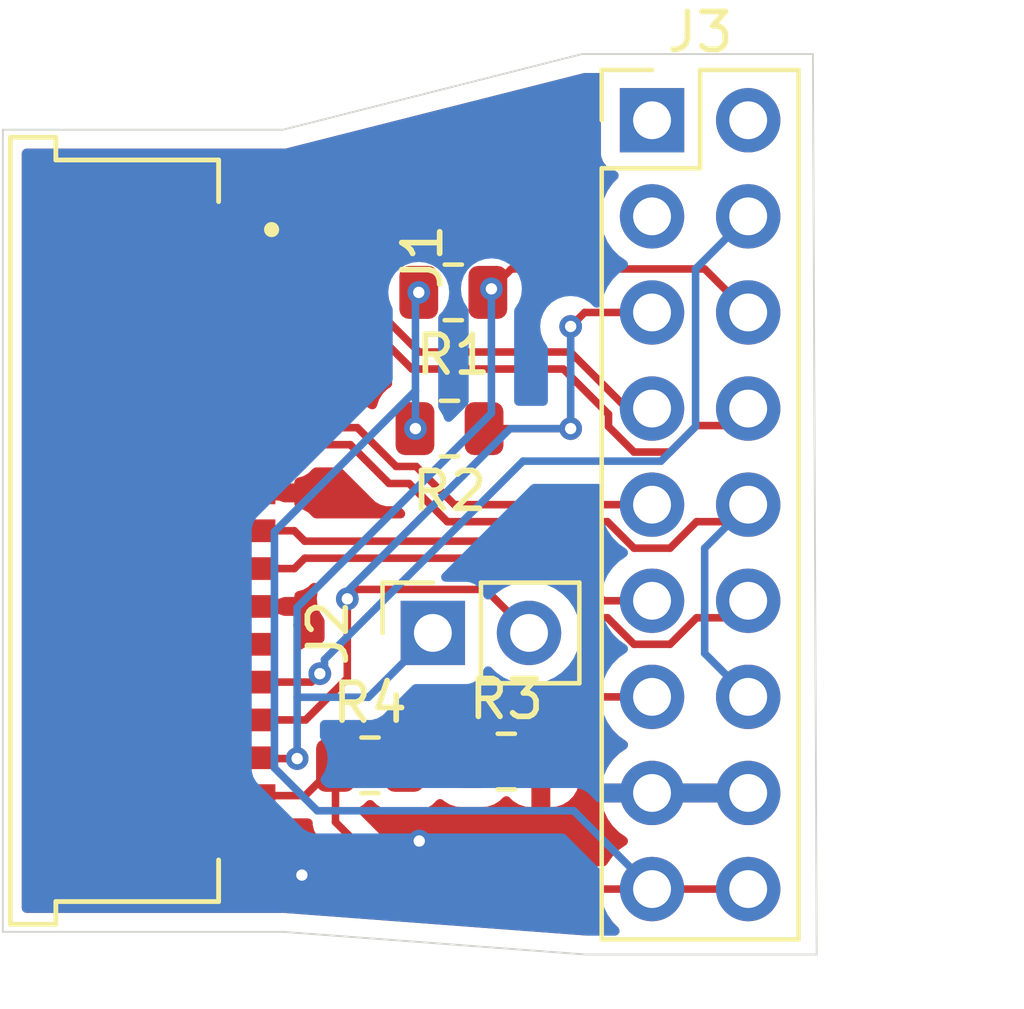
<source format=kicad_pcb>
(kicad_pcb (version 20240108) (generator "pcbnew") (generator_version "8.0")
  (title_block (comment 4 "AISLER Project ID: ZACUKLVX"))
  (layers (0 "F.Cu" signal) (31 "B.Cu" signal) (34 "B.Paste" user) (35 "F.Paste" user) (36 "B.SilkS" user "B.Silkscreen") (37 "F.SilkS" user "F.Silkscreen") (38 "B.Mask" user) (39 "F.Mask" user) (44 "Edge.Cuts" user))
  (net 0 "")
  (net 1 "D0_P")
  (net 2 "D0_N")
  (net 3 "GND")
  (net 4 "CLKN")
  (net 5 "ENA")
  (net 6 "D1_P")
  (net 7 "+3V3")
  (net 8 "GN18")
  (net 9 "CLKP")
  (net 10 "GP18")
  (net 11 "D1_N")
  (net 12 "GN20")
  (net 13 "GN19")
  (net 14 "GP20")
  (net 15 "GN14")
  (net 16 "GP19")
  (footprint "Resistor_SMD:R_0805_2012Metric" (layer "F.Cu") (at 183.9 99.5)
    (property "Reference" "R3" (at 0 -1.65 0) (layer "F.SilkS"))
    (property "Value" "30k")
    (fp_line (start -0.227064 -0.735) (end 0.227064 -0.735) (stroke (width 0.12)) (layer "F.SilkS"))
    (fp_line (start -0.227064 0.735) (end 0.227064 0.735) (stroke (width 0.12)) (layer "F.SilkS"))
    (pad "1" smd roundrect (at -0.9125 0) (size 1.025 1.4) (layers "F.Cu" "F.Paste" "F.Mask") (roundrect_rratio 0.243902) (net 15 "GN14"))
    (pad "2" smd roundrect (at 0.9125 0) (size 1.025 1.4) (layers "F.Cu" "F.Paste" "F.Mask") (roundrect_rratio 0.243902) (net 3 "GND"))
  )
  (footprint "Resistor_SMD:R_0805_2012Metric" (layer "F.Cu") (at 182.4 90.7 180)
    (property "Reference" "R2" (at 0 -1.65 180) (layer "F.SilkS"))
    (property "Value" "10k")
    (fp_line (start -0.227064 0.735) (end 0.227064 0.735) (stroke (width 0.12)) (layer "F.SilkS"))
    (fp_line (start -0.227064 -0.735) (end 0.227064 -0.735) (stroke (width 0.12)) (layer "F.SilkS"))
    (pad "1" smd roundrect (at -0.9125 0 180) (size 1.025 1.4) (layers "F.Cu" "F.Paste" "F.Mask") (roundrect_rratio 0.243902) (net 8 "GN18"))
    (pad "2" smd roundrect (at 0.9125 0 180) (size 1.025 1.4) (layers "F.Cu" "F.Paste" "F.Mask") (roundrect_rratio 0.243902) (net 7 "+3V3"))
  )
  (footprint "Connector_PinHeader_2.54mm:PinHeader_2x09_P2.54mm_Vertical" (layer "F.Cu") (at 187.75 82.55)
    (property "Reference" "J3" (at 1.27 -2.33 0) (layer "F.SilkS"))
    (property "Value" "Conn_02x09_Odd_Even")
    (fp_line (start -1.33 -1.33) (end 0 -1.33) (stroke (width 0.12)) (layer "F.SilkS"))
    (fp_line (start -1.33 0) (end -1.33 -1.33) (stroke (width 0.12)) (layer "F.SilkS"))
    (fp_line (start -1.33 1.27) (end -1.33 21.65) (stroke (width 0.12)) (layer "F.SilkS"))
    (fp_line (start -1.33 1.27) (end 1.27 1.27) (stroke (width 0.12)) (layer "F.SilkS"))
    (fp_line (start -1.33 21.65) (end 3.87 21.65) (stroke (width 0.12)) (layer "F.SilkS"))
    (fp_line (start 1.27 -1.33) (end 3.87 -1.33) (stroke (width 0.12)) (layer "F.SilkS"))
    (fp_line (start 1.27 1.27) (end 1.27 -1.33) (stroke (width 0.12)) (layer "F.SilkS"))
    (fp_line (start 3.87 -1.33) (end 3.87 21.65) (stroke (width 0.12)) (layer "F.SilkS"))
    (pad "1" thru_hole rect (at 0 0) (size 1.7 1.7) (drill 1) (layers "*.Cu" "*.Mask") (net 12 "GN20"))
    (pad "2" thru_hole oval (at 2.54 0) (size 1.7 1.7) (drill 1) (layers "*.Cu" "*.Mask") (net 14 "GP20"))
    (pad "3" thru_hole oval (at 0 2.54) (size 1.7 1.7) (drill 1) (layers "*.Cu" "*.Mask") (net 13 "GN19"))
    (pad "4" thru_hole oval (at 2.54 2.54) (size 1.7 1.7) (drill 1) (layers "*.Cu" "*.Mask") (net 16 "GP19"))
    (pad "5" thru_hole oval (at 0 5.08) (size 1.7 1.7) (drill 1) (layers "*.Cu" "*.Mask") (net 8 "GN18"))
    (pad "6" thru_hole oval (at 2.54 5.08) (size 1.7 1.7) (drill 1) (layers "*.Cu" "*.Mask") (net 10 "GP18"))
    (pad "7" thru_hole oval (at 0 7.62) (size 1.7 1.7) (drill 1) (layers "*.Cu" "*.Mask") (net 2 "D0_N"))
    (pad "8" thru_hole oval (at 2.54 7.62) (size 1.7 1.7) (drill 1) (layers "*.Cu" "*.Mask") (net 1 "D0_P"))
    (pad "9" thru_hole oval (at 0 10.16) (size 1.7 1.7) (drill 1) (layers "*.Cu" "*.Mask") (net 11 "D1_N"))
    (pad "10" thru_hole oval (at 2.54 10.16) (size 1.7 1.7) (drill 1) (layers "*.Cu" "*.Mask") (net 6 "D1_P"))
    (pad "11" thru_hole oval (at 0 12.7) (size 1.7 1.7) (drill 1) (layers "*.Cu" "*.Mask") (net 4 "CLKN"))
    (pad "12" thru_hole oval (at 2.54 12.7) (size 1.7 1.7) (drill 1) (layers "*.Cu" "*.Mask") (net 9 "CLKP"))
    (pad "13" thru_hole oval (at 0 15.24) (size 1.7 1.7) (drill 1) (layers "*.Cu" "*.Mask") (net 15 "GN14"))
    (pad "14" thru_hole oval (at 2.54 15.24) (size 1.7 1.7) (drill 1) (layers "*.Cu" "*.Mask") (net 6 "D1_P"))
    (pad "15" thru_hole oval (at 0 17.78) (size 1.7 1.7) (drill 1) (layers "*.Cu" "*.Mask") (net 3 "GND"))
    (pad "16" thru_hole oval (at 2.54 17.78) (size 1.7 1.7) (drill 1) (layers "*.Cu" "*.Mask") (net 3 "GND"))
    (pad "17" thru_hole oval (at 0 20.32) (size 1.7 1.7) (drill 1) (layers "*.Cu" "*.Mask") (net 7 "+3V3"))
    (pad "18" thru_hole oval (at 2.54 20.32) (size 1.7 1.7) (drill 1) (layers "*.Cu" "*.Mask") (net 7 "+3V3"))
  )
  (footprint "connector_footprint:AMPHENOL_SFW15R-2STE1LF" (layer "F.Cu") (at 174.7 93.4 -90)
    (property "Reference" "J1" (at -7.235 -6.985 90) (layer "F.SilkS"))
    (property "Value" "Conn_01x15_Pin")
    (fp_line (start -10.4 3.9) (end -10.4 2.7) (stroke (width 0.127)) (layer "F.SilkS"))
    (fp_line (start 10.4 3.9) (end -10.4 3.9) (stroke (width 0.127)) (layer "F.SilkS"))
    (fp_line (start -10.4 2.7) (end -9.8 2.7) (stroke (width 0.127)) (layer "F.SilkS"))
    (fp_line (start -9.8 2.7) (end -9.8 -1.6) (stroke (width 0.127)) (layer "F.SilkS"))
    (fp_line (start 9.8 2.7) (end 10.4 2.7) (stroke (width 0.127)) (layer "F.SilkS"))
    (fp_line (start 10.4 2.7) (end 10.4 3.9) (stroke (width 0.127)) (layer "F.SilkS"))
    (fp_line (start -9.8 -1.6) (end -8.7 -1.6) (stroke (width 0.127)) (layer "F.SilkS"))
    (fp_line (start 8.7 -1.6) (end 9.8 -1.6) (stroke (width 0.127)) (layer "F.SilkS"))
    (fp_line (start 9.8 -1.6) (end 9.8 2.7) (stroke (width 0.127)) (layer "F.SilkS"))
    (fp_circle (center -7.96 -3) (end -7.86 -3) (stroke (width 0.2)) (fill none) (layer "F.SilkS"))
    (pad "1" smd rect (at -7 -2.1 270) (size 0.6 2) (layers "F.Cu" "F.Paste" "F.Mask") (net 3 "GND"))
    (pad "2" smd rect (at -6 -2.1 270) (size 0.6 2) (layers "F.Cu" "F.Paste" "F.Mask") (net 2 "D0_N"))
    (pad "3" smd rect (at -5 -2.1 270) (size 0.6 2) (layers "F.Cu" "F.Paste" "F.Mask") (net 1 "D0_P"))
    (pad "4" smd rect (at -4 -2.1 270) (size 0.6 2) (layers "F.Cu" "F.Paste" "F.Mask") (net 3 "GND"))
    (pad "5" smd rect (at -3 -2.1 270) (size 0.6 2) (layers "F.Cu" "F.Paste" "F.Mask") (net 11 "D1_N"))
    (pad "6" smd rect (at -2 -2.1 270) (size 0.6 2) (layers "F.Cu" "F.Paste" "F.Mask") (net 6 "D1_P"))
    (pad "7" smd rect (at -1 -2.1 270) (size 0.6 2) (layers "F.Cu" "F.Paste" "F.Mask") (net 3 "GND"))
    (pad "8" smd rect (at 0 -2.1 270) (size 0.6 2) (layers "F.Cu" "F.Paste" "F.Mask") (net 4 "CLKN"))
    (pad "9" smd rect (at 1 -2.1 270) (size 0.6 2) (layers "F.Cu" "F.Paste" "F.Mask") (net 9 "CLKP"))
    (pad "10" smd rect (at 2 -2.1 270) (size 0.6 2) (layers "F.Cu" "F.Paste" "F.Mask") (net 3 "GND"))
    (pad "11" smd rect (at 3 -2.1 270) (size 0.6 2) (layers "F.Cu" "F.Paste" "F.Mask") (net 5 "ENA"))
    (pad "12" smd rect (at 4 -2.1 270) (size 0.6 2) (layers "F.Cu" "F.Paste" "F.Mask") (net 16 "GP19"))
    (pad "13" smd rect (at 5 -2.1 270) (size 0.6 2) (layers "F.Cu" "F.Paste" "F.Mask") (net 8 "GN18"))
    (pad "14" smd rect (at 6 -2.1 270) (size 0.6 2) (layers "F.Cu" "F.Paste" "F.Mask") (net 10 "GP18"))
    (pad "15" smd rect (at 7 -2.1 270) (size 0.6 2) (layers "F.Cu" "F.Paste" "F.Mask") (net 7 "+3V3"))
    (pad "S1" smd rect (at -8 0 270) (size 0.7 4.2) (layers "F.Cu" "F.Paste" "F.Mask"))
    (pad "S2" smd rect (at 8 0 270) (size 0.7 4.2) (layers "F.Cu" "F.Paste" "F.Mask"))
  )
  (footprint "Connector_PinSocket_2.54mm:PinSocket_1x02_P2.54mm_Vertical" (layer "F.Cu") (at 181.96 96.1 90)
    (property "Reference" "J2" (at 0 -2.77 270) (layer "F.SilkS"))
    (property "Value" "Conn_01x02_Pin")
    (fp_line (start 1.33 -1.33) (end 1.33 0) (stroke (width 0.12)) (layer "F.SilkS"))
    (fp_line (start 0 -1.33) (end 1.33 -1.33) (stroke (width 0.12)) (layer "F.SilkS"))
    (fp_line (start 1.33 1.27) (end 1.33 3.87) (stroke (width 0.12)) (layer "F.SilkS"))
    (fp_line (start -1.33 1.27) (end 1.33 1.27) (stroke (width 0.12)) (layer "F.SilkS"))
    (fp_line (start -1.33 1.27) (end -1.33 3.87) (stroke (width 0.12)) (layer "F.SilkS"))
    (fp_line (start -1.33 3.87) (end 1.33 3.87) (stroke (width 0.12)) (layer "F.SilkS"))
    (pad "1" thru_hole rect (at 0 0 90) (size 1.7 1.7) (drill 1) (layers "*.Cu" "*.Mask") (net 10 "GP18"))
    (pad "2" thru_hole oval (at 0 2.54 90) (size 1.7 1.7) (drill 1) (layers "*.Cu" "*.Mask") (net 8 "GN18"))
  )
  (footprint "Resistor_SMD:R_0805_2012Metric" (layer "F.Cu") (at 180.3 99.6)
    (property "Reference" "R4" (at 0 -1.65 0) (layer "F.SilkS"))
    (property "Value" "10k")
    (fp_line (start -0.227064 -0.735) (end 0.227064 -0.735) (stroke (width 0.12)) (layer "F.SilkS"))
    (fp_line (start -0.227064 0.735) (end 0.227064 0.735) (stroke (width 0.12)) (layer "F.SilkS"))
    (pad "1" smd roundrect (at -0.9125 0) (size 1.025 1.4) (layers "F.Cu" "F.Paste" "F.Mask") (roundrect_rratio 0.243902) (net 7 "+3V3"))
    (pad "2" smd roundrect (at 0.9125 0) (size 1.025 1.4) (layers "F.Cu" "F.Paste" "F.Mask") (roundrect_rratio 0.243902) (net 15 "GN14"))
  )
  (footprint "Resistor_SMD:R_0805_2012Metric" (layer "F.Cu") (at 182.5 87.1 180)
    (property "Reference" "R1" (at 0 -1.65 180) (layer "F.SilkS"))
    (property "Value" "10k")
    (fp_line (start -0.227064 0.735) (end 0.227064 0.735) (stroke (width 0.12)) (layer "F.SilkS"))
    (fp_line (start -0.227064 -0.735) (end 0.227064 -0.735) (stroke (width 0.12)) (layer "F.SilkS"))
    (pad "1" smd roundrect (at -0.9125 0 180) (size 1.025 1.4) (layers "F.Cu" "F.Paste" "F.Mask") (roundrect_rratio 0.243902) (net 10 "GP18"))
    (pad "2" smd roundrect (at 0.9125 0 180) (size 1.025 1.4) (layers "F.Cu" "F.Paste" "F.Mask") (roundrect_rratio 0.243902) (net 7 "+3V3"))
  )
  (gr_line (start 186 104.6) (end 192.1 104.6) (stroke (width 0.05)) (layer "Edge.Cuts"))
  (gr_line (start 178 82.8) (end 170.6 82.8) (stroke (width 0.05)) (layer "Edge.Cuts"))
  (gr_line (start 170.6 104) (end 178 104) (stroke (width 0.05)) (layer "Edge.Cuts"))
  (gr_line (start 192.1 104.6) (end 192 80.8) (stroke (width 0.05)) (layer "Edge.Cuts"))
  (gr_line (start 185.9 80.8) (end 178 82.8) (stroke (width 0.05)) (layer "Edge.Cuts"))
  (gr_line (start 192 80.8) (end 185.9 80.8) (stroke (width 0.05)) (layer "Edge.Cuts"))
  (gr_line (start 178 104) (end 186 104.6) (stroke (width 0.05)) (layer "Edge.Cuts"))
  (gr_line (start 170.6 82.8) (end 170.6 104) (stroke (width 0.05)) (layer "Edge.Cuts"))
  (segment (start 176.8 88.4) (end 178.300001 88.4) (width 0.2) (layer "F.Cu") (net 1))
  (segment (start 180.4068 88.125) (end 181.4068 89.125) (width 0.2) (layer "F.Cu") (net 1))
  (segment (start 181.4068 89.125) (end 185.4068 89.125) (width 0.2) (layer "F.Cu") (net 1))
  (segment (start 188.226346 91.32) (end 188.926346 90.62) (width 0.2) (layer "F.Cu") (net 1))
  (segment (start 178.575001 88.125) (end 180.4068 88.125) (width 0.2) (layer "F.Cu") (net 1))
  (segment (start 186.6 90.3182) (end 186.6 90.646346) (width 0.2) (layer "F.Cu") (net 1))
  (segment (start 185.4068 89.125) (end 186.6 90.3182) (width 0.2) (layer "F.Cu") (net 1))
  (segment (start 189.84 90.62) (end 190.29 90.17) (width 0.2) (layer "F.Cu") (net 1))
  (segment (start 188.926346 90.62) (end 189.84 90.62) (width 0.2) (layer "F.Cu") (net 1))
  (segment (start 178.300001 88.4) (end 178.575001 88.125) (width 0.2) (layer "F.Cu") (net 1))
  (segment (start 187.273654 91.32) (end 188.226346 91.32) (width 0.2) (layer "F.Cu") (net 1))
  (segment (start 186.6 90.646346) (end 187.273654 91.32) (width 0.2) (layer "F.Cu") (net 1))
  (segment (start 180.5932 87.675) (end 181.5932 88.675) (width 0.2) (layer "F.Cu") (net 2))
  (segment (start 178.575001 87.675) (end 180.5932 87.675) (width 0.2) (layer "F.Cu") (net 2))
  (segment (start 187.0882 90.17) (end 187.75 90.17) (width 0.2) (layer "F.Cu") (net 2))
  (segment (start 185.5932 88.675) (end 187.0882 90.17) (width 0.2) (layer "F.Cu") (net 2))
  (segment (start 176.8 87.4) (end 178.300001 87.4) (width 0.2) (layer "F.Cu") (net 2))
  (segment (start 181.5932 88.675) (end 185.5932 88.675) (width 0.2) (layer "F.Cu") (net 2))
  (segment (start 178.300001 87.4) (end 178.575001 87.675) (width 0.2) (layer "F.Cu") (net 2))
  (via (at 181.6 101.6) (size 0.6) (drill 0.3) (layers "F.Cu" "B.Cu") (net 3))
  (via (at 178.5 102.5) (size 0.6) (drill 0.3) (layers "F.Cu" "B.Cu") (net 3))
  (segment (start 179.4 101.6) (end 181.6 101.6) (width 0.2) (layer "B.Cu") (net 3))
  (segment (start 178.5 102.5) (end 179.4 101.6) (width 0.2) (layer "B.Cu") (net 3))
  (segment (start 178.575001 93.675) (end 184.8932 93.675) (width 0.2) (layer "F.Cu") (net 4))
  (segment (start 186.4682 95.25) (end 187.75 95.25) (width 0.2) (layer "F.Cu") (net 4))
  (segment (start 176.8 93.4) (end 178.300001 93.4) (width 0.2) (layer "F.Cu") (net 4))
  (segment (start 184.8932 93.675) (end 186.4682 95.25) (width 0.2) (layer "F.Cu") (net 4))
  (segment (start 178.300001 93.4) (end 178.575001 93.675) (width 0.2) (layer "F.Cu") (net 4))
  (segment (start 180.803868 92.14998) (end 181.33178 92.14998) (width 0.2) (layer "F.Cu") (net 6))
  (segment (start 181.33178 92.14998) (end 182.3418 93.16) (width 0.2) (layer "F.Cu") (net 6))
  (segment (start 188.926346 93.16) (end 189.84 93.16) (width 0.2) (layer "F.Cu") (net 6))
  (segment (start 182.3418 93.16) (end 186.573654 93.16) (width 0.2) (layer "F.Cu") (net 6))
  (segment (start 186.573654 93.16) (end 187.273654 93.86) (width 0.2) (layer "F.Cu") (net 6))
  (segment (start 178.575001 91.125) (end 179.778888 91.125) (width 0.2) (layer "F.Cu") (net 6))
  (segment (start 187.273654 93.86) (end 188.226346 93.86) (width 0.2) (layer "F.Cu") (net 6))
  (segment (start 188.226346 93.86) (end 188.926346 93.16) (width 0.2) (layer "F.Cu") (net 6))
  (segment (start 176.8 91.4) (end 178.300001 91.4) (width 0.2) (layer "F.Cu") (net 6))
  (segment (start 179.778888 91.125) (end 180.803868 92.14998) (width 0.2) (layer "F.Cu") (net 6))
  (segment (start 189.84 93.16) (end 190.29 92.71) (width 0.2) (layer "F.Cu") (net 6))
  (segment (start 178.300001 91.4) (end 178.575001 91.125) (width 0.2) (layer "F.Cu") (net 6))
  (segment (start 190.29 97.79) (end 189.14 96.64) (width 0.2) (layer "B.Cu") (net 6))
  (segment (start 189.14 96.64) (end 189.14 93.86) (width 0.2) (layer "B.Cu") (net 6))
  (segment (start 189.14 93.86) (end 190.29 92.71) (width 0.2) (layer "B.Cu") (net 6))
  (segment (start 179.3875 101.1) (end 179.3875 99.6) (width 0.2) (layer "F.Cu") (net 7))
  (segment (start 187.75 102.87) (end 181.1575 102.87) (width 0.2) (layer "F.Cu") (net 7))
  (segment (start 181.1575 102.87) (end 179.3875 101.1) (width 0.2) (layer "F.Cu") (net 7))
  (segment (start 190.29 102.87) (end 187.75 102.87) (width 0.2) (layer "F.Cu") (net 7))
  (segment (start 179.3875 99.6) (end 178.5875 100.4) (width 0.2) (layer "F.Cu") (net 7))
  (segment (start 181.4875 90.7) (end 181.5 90.7) (width 0.2) (layer "F.Cu") (net 7))
  (segment (start 178.5875 100.4) (end 176.8 100.4) (width 0.2) (layer "F.Cu") (net 7))
  (via (at 181.5 90.7) (size 0.6) (drill 0.3) (layers "F.Cu" "B.Cu") (net 7))
  (via (at 181.5875 87.1) (size 0.6) (drill 0.3) (layers "F.Cu" "B.Cu") (net 7))
  (segment (start 181.5 90.7) (end 181.5 89.7) (width 0.2) (layer "B.Cu") (net 7))
  (segment (start 178.905676 100.8) (end 185.68 100.8) (width 0.2) (layer "B.Cu") (net 7))
  (segment (start 177.775 93.425) (end 177.775 99.669324) (width 0.2) (layer "B.Cu") (net 7))
  (segment (start 185.68 100.8) (end 187.75 102.87) (width 0.2) (layer "B.Cu") (net 7))
  (segment (start 177.775 99.669324) (end 178.905676 100.8) (width 0.2) (layer "B.Cu") (net 7))
  (segment (start 181.5 89.7) (end 181.5 87.1875) (width 0.2) (layer "B.Cu") (net 7))
  (segment (start 181.5 87.1875) (end 181.5875 87.1) (width 0.2) (layer "B.Cu") (net 7))
  (segment (start 181.5 89.7) (end 177.775 93.425) (width 0.2) (layer "B.Cu") (net 7))
  (segment (start 185.97 87.63) (end 185.6 88) (width 0.2) (layer "F.Cu") (net 8))
  (segment (start 183.35 94.95) (end 184.5 96.1) (width 0.2) (layer "F.Cu") (net 8))
  (segment (start 179.95 94.95) (end 183.35 94.95) (width 0.2) (layer "F.Cu") (net 8))
  (segment (start 179.7 97.3) (end 178.6 98.4) (width 0.2) (layer "F.Cu") (net 8))
  (segment (start 187.75 87.63) (end 185.97 87.63) (width 0.2) (layer "F.Cu") (net 8))
  (segment (start 179.7 95.2) (end 179.95 94.95) (width 0.2) (layer "F.Cu") (net 8))
  (segment (start 183.3125 90.7) (end 185.6 90.7) (width 0.2) (layer "F.Cu") (net 8))
  (segment (start 178.6 98.4) (end 176.8 98.4) (width 0.2) (layer "F.Cu") (net 8))
  (segment (start 179.7 95.2) (end 179.7 97.3) (width 0.2) (layer "F.Cu") (net 8))
  (via (at 185.6 90.7) (size 0.6) (drill 0.3) (layers "F.Cu" "B.Cu") (net 8))
  (via (at 179.7 95.2) (size 0.6) (drill 0.3) (layers "F.Cu" "B.Cu") (net 8))
  (via (at 185.6 88) (size 0.6) (drill 0.3) (layers "F.Cu" "B.Cu") (net 8))
  (segment (start 185.6 90.7) (end 185.6 88) (width 0.2) (layer "B.Cu") (net 8))
  (segment (start 179.7 95) (end 184 90.7) (width 0.2) (layer "B.Cu") (net 8))
  (segment (start 184 90.7) (end 185.6 90.7) (width 0.2) (layer "B.Cu") (net 8))
  (segment (start 179.7 95.2) (end 179.7 95) (width 0.2) (layer "B.Cu") (net 8))
  (segment (start 184.7068 94.125) (end 186.2818 95.7) (width 0.2) (layer "F.Cu") (net 9))
  (segment (start 189.84 95.7) (end 190.29 95.25) (width 0.2) (layer "F.Cu") (net 9))
  (segment (start 178.300001 94.4) (end 178.575001 94.125) (width 0.2) (layer "F.Cu") (net 9))
  (segment (start 186.2818 95.7) (end 186.573654 95.7) (width 0.2) (layer "F.Cu") (net 9))
  (segment (start 186.573654 95.7) (end 187.273654 96.4) (width 0.2) (layer "F.Cu") (net 9))
  (segment (start 188.926346 95.7) (end 189.84 95.7) (width 0.2) (layer "F.Cu") (net 9))
  (segment (start 188.226346 96.4) (end 188.926346 95.7) (width 0.2) (layer "F.Cu") (net 9))
  (segment (start 187.273654 96.4) (end 188.226346 96.4) (width 0.2) (layer "F.Cu") (net 9))
  (segment (start 176.8 94.4) (end 178.300001 94.4) (width 0.2) (layer "F.Cu") (net 9))
  (segment (start 178.575001 94.125) (end 184.7068 94.125) (width 0.2) (layer "F.Cu") (net 9))
  (segment (start 189.14 86.48) (end 184.0325 86.48) (width 0.2) (layer "F.Cu") (net 10))
  (segment (start 184.0325 86.48) (end 183.50625 87.00625) (width 0.2) (layer "F.Cu") (net 10))
  (segment (start 190.29 87.63) (end 189.14 86.48) (width 0.2) (layer "F.Cu") (net 10))
  (segment (start 183.4125 87.1) (end 183.50625 87.00625) (width 0.2) (layer "F.Cu") (net 10))
  (segment (start 178.375 99.420795) (end 176.820795 99.420795) (width 0.2) (layer "F.Cu") (net 10))
  (segment (start 176.820795 99.420795) (end 176.8 99.4) (width 0.2) (layer "F.Cu") (net 10))
  (via (at 178.375 99.420795) (size 0.6) (drill 0.3) (layers "F.Cu" "B.Cu") (net 10))
  (via (at 183.50625 87.00625) (size 0.6) (drill 0.3) (layers "F.Cu" "B.Cu") (net 10))
  (segment (start 183.50625 87.00625) (end 183.50625 90.29375) (width 0.2) (layer "B.Cu") (net 10))
  (segment (start 183.50625 90.29375) (end 178.375 95.425) (width 0.2) (layer "B.Cu") (net 10))
  (segment (start 178.375 97.8) (end 180.26 97.8) (width 0.2) (layer "B.Cu") (net 10))
  (segment (start 180.26 97.8) (end 181.96 96.1) (width 0.2) (layer "B.Cu") (net 10))
  (segment (start 178.375 95.425) (end 178.375 97.8) (width 0.2) (layer "B.Cu") (net 10))
  (segment (start 178.375 97.8) (end 178.375 99.420795) (width 0.2) (layer "B.Cu") (net 10))
  (segment (start 178.300001 90.4) (end 178.575001 90.675) (width 0.2) (layer "F.Cu") (net 11))
  (segment (start 179.965256 90.675) (end 180.990256 91.7) (width 0.2) (layer "F.Cu") (net 11))
  (segment (start 176.8 90.4) (end 178.300001 90.4) (width 0.2) (layer "F.Cu") (net 11))
  (segment (start 182.5282 92.71) (end 187.75 92.71) (width 0.2) (layer "F.Cu") (net 11))
  (segment (start 181.5182 91.7) (end 182.5282 92.71) (width 0.2) (layer "F.Cu") (net 11))
  (segment (start 178.575001 90.675) (end 179.965256 90.675) (width 0.2) (layer "F.Cu") (net 11))
  (segment (start 180.990256 91.7) (end 181.5182 91.7) (width 0.2) (layer "F.Cu") (net 11))
  (segment (start 182.8875 99.6) (end 182.9875 99.5) (width 0.2) (layer "F.Cu") (net 15))
  (segment (start 183 99.5) (end 184.71 97.79) (width 0.2) (layer "F.Cu") (net 15))
  (segment (start 181.2125 99.6) (end 182.8875 99.6) (width 0.2) (layer "F.Cu") (net 15))
  (segment (start 184.71 97.79) (end 187.75 97.79) (width 0.2) (layer "F.Cu") (net 15))
  (segment (start 182.9875 99.5) (end 183 99.5) (width 0.2) (layer "F.Cu") (net 15))
  (segment (start 178.75147 97.4) (end 176.8 97.4) (width 0.2) (layer "F.Cu") (net 16))
  (segment (start 178.97423 97.17724) (end 178.75147 97.4) (width 0.2) (layer "F.Cu") (net 16))
  (via (at 178.97423 97.17724) (size 0.6) (drill 0.3) (layers "F.Cu" "B.Cu") (net 16))
  (segment (start 188.9 90.646346) (end 187.986346 91.56) (width 0.2) (layer "B.Cu") (net 16))
  (segment (start 187.986346 91.56) (end 184.34 91.56) (width 0.2) (layer "B.Cu") (net 16))
  (segment (start 179.09699 97.3) (end 178.97423 97.17724) (width 0.2) (layer "B.Cu") (net 16))
  (segment (start 188.9 86.48) (end 188.9 90.646346) (width 0.2) (layer "B.Cu") (net 16))
  (segment (start 184.34 91.56) (end 179.09699 96.80301) (width 0.2) (layer "B.Cu") (net 16))
  (segment (start 190.29 85.09) (end 188.9 86.48) (width 0.2) (layer "B.Cu") (net 16))
  (segment (start 179.09699 96.80301) (end 179.09699 97.3) (width 0.2) (layer "B.Cu") (net 16))
  (zone (net 3) (net_name "GND") (layer "F.Cu") (connect_pads (clearance 0.5)) (min_thickness 0.25) (fill yes (thermal_gap 0.5) (thermal_bridge_width 0.5))
    (polygon (pts (xy 178.2 83.2) (xy 186.5 81.1) (xy 191.3 81.1) (xy 191.7 81.5) (xy 191.7 103.7) (xy 191.2 104.2) (xy 191.2 104.3) (xy 184.5 104.3) (xy 178.1 103.9) (xy 171.3 103.9) (xy 171 103.4) (xy 170.9 83.2)))
  )
  (zone (net 3) (net_name "GND") (layer "B.Cu") (connect_pads (clearance 0.5)) (min_thickness 0.25) (fill yes (thermal_gap 0.5) (thermal_bridge_width 0.5))
    (polygon (pts (xy 178.2 83.2) (xy 186.5 81.1) (xy 191.3 81.1) (xy 191.7 81.5) (xy 191.7 103.7) (xy 191.2 104.2) (xy 191.2 104.3) (xy 184.5 104.3) (xy 178.1 103.9) (xy 171.3 103.9) (xy 171 103.4) (xy 170.9 83.2)))
  )
)
</source>
